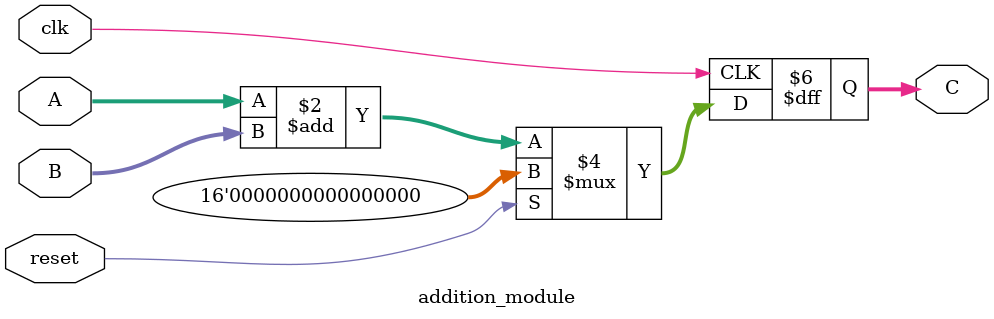
<source format=v>
module addition_module(
	input [7:0] A,
	input [7:0] B,
	input reset,
	input clk,
	output reg [15:0] C
);

	always @(posedge clk) begin
		if (reset) begin
			C <= 16'b0;
		end else begin
			C <= A + B;
		end
	end

endmodule
</source>
